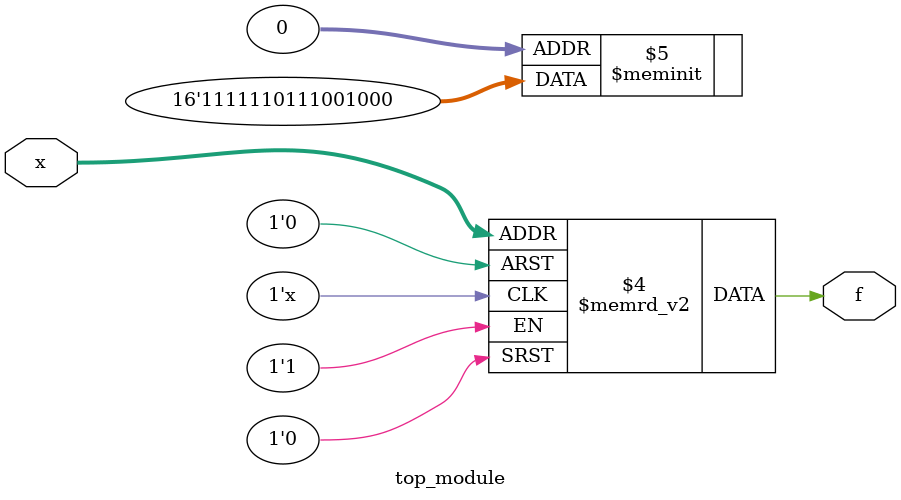
<source format=sv>
module top_module (
    input [4:1] x,
    output logic f
);

    always_comb begin
        case (x)
            // Set the don't-care entries to 1 where convenient (12)
            // 00: d -> 1, 0, d -> 1, d -> 1
            // 01: 0, d -> 0, 1, 0
            // 11: 1, 1, d -> 0, d -> 0
            // 10: 1, 1, 0, d -> 0
            4'b0011, // d -> 1 (i.e., 0011 sets f to 1)
            4'b1110, 
            4'b1111, // d -> 1 (i.e., 1110 and 1111 set f to 1)
            4'b1011, 4'b1010, // d and 0 pts to f to 0
            4'b0110, 4'b0111,  // d -> 0, i.e., 0110~0111 matches d to 0
            4'b1000, 4'b1100, 4'b1101: f = 1'b1; // f =1
            default: f = 1'b0; // For 0001, 0000, 0010, 0100, 0101, matching d to actual 0 value
        endcase
    end

endmodule

</source>
